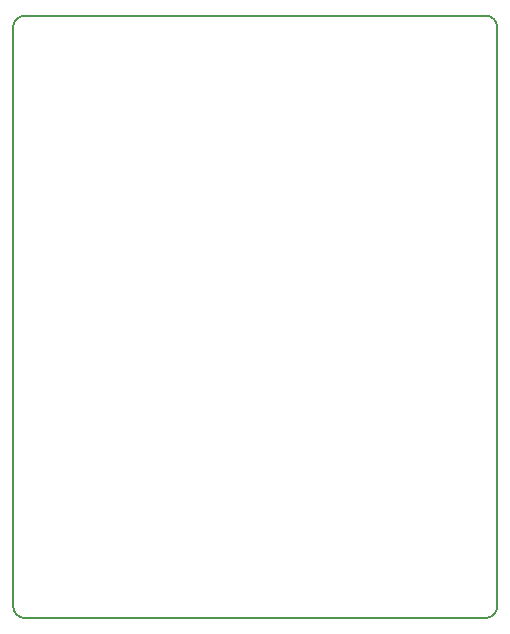
<source format=gm1>
G04 #@! TF.FileFunction,Profile,NP*
%FSLAX46Y46*%
G04 Gerber Fmt 4.6, Leading zero omitted, Abs format (unit mm)*
G04 Created by KiCad (PCBNEW 0.201512291232+6408~40~ubuntu14.04.1-stable) date Sun 27 Mar 2016 21:40:44 BST*
%MOMM*%
G01*
G04 APERTURE LIST*
%ADD10C,0.100000*%
%ADD11C,0.150000*%
G04 APERTURE END LIST*
D10*
D11*
X51000000Y-49000000D02*
G75*
G03X50000000Y-50000000I0J-1000000D01*
G01*
X91000000Y-50000000D02*
G75*
G03X90000000Y-49000000I-1000000J0D01*
G01*
X51000000Y-49000000D02*
X90000000Y-49000000D01*
X50000000Y-99000000D02*
G75*
G03X51000000Y-100000000I1000000J0D01*
G01*
X90000000Y-100000000D02*
G75*
G03X91000000Y-99000000I0J1000000D01*
G01*
X90000000Y-100000000D02*
X51000000Y-100000000D01*
X91000000Y-50000000D02*
X91000000Y-99000000D01*
X50000000Y-99000000D02*
X50000000Y-50000000D01*
M02*

</source>
